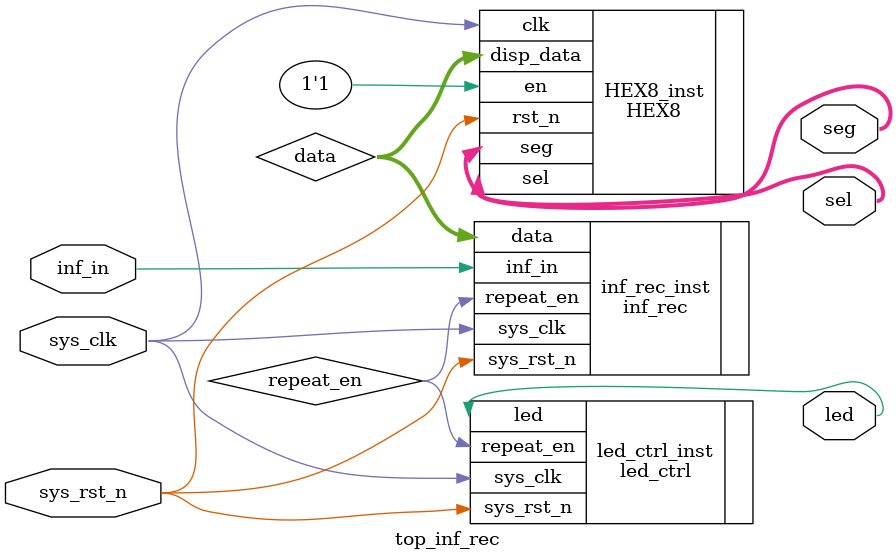
<source format=v>
module top_inf_rec(
	input			wire			sys_clk			,
	input			wire			sys_rst_n		,
	input			wire			inf_in			,

	output			wire			led				,
	output			wire	[06:0]	seg				,
	output			wire	[05:0]	sel				 
);

wire			[23:0]		data		;
wire						repeat_en	;


led_ctrl led_ctrl_inst(
	.sys_clk		(sys_clk	),
	.sys_rst_n		(sys_rst_n	),
	.repeat_en		(repeat_en	),
                                
	.led			(led		)	 
);

HEX8 HEX8_inst
(
	.clk			(sys_clk	), 
	.rst_n			(sys_rst_n	), 
	.en				(1'b1		), 
	.disp_data		(data		), 
	.sel			(sel		), 
	.seg			(seg		) 
);

inf_rec inf_rec_inst(
	.sys_clk			(sys_clk	),
	.sys_rst_n			(sys_rst_n	),
	.inf_in				(inf_in		),
                                    
	.data				(data		),
	.repeat_en			(repeat_en	) 
);

endmodule


</source>
